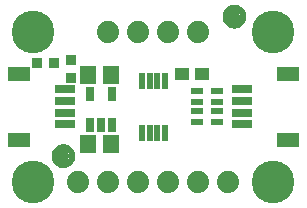
<source format=gbr>
G04 EAGLE Gerber RS-274X export*
G75*
%MOMM*%
%FSLAX34Y34*%
%LPD*%
%INSoldermask Top*%
%IPPOS*%
%AMOC8*
5,1,8,0,0,1.08239X$1,22.5*%
G01*
%ADD10R,1.341600X1.601600*%
%ADD11R,0.651600X1.301600*%
%ADD12R,1.176600X1.101600*%
%ADD13R,1.001600X0.551600*%
%ADD14C,1.879600*%
%ADD15C,3.617600*%
%ADD16R,1.651600X0.701600*%
%ADD17R,1.901600X1.301600*%
%ADD18C,1.101600*%
%ADD19C,0.500000*%
%ADD20R,0.901600X0.901600*%
%ADD21R,0.501600X1.401600*%


D10*
X71780Y57150D03*
X90780Y57150D03*
D11*
X73050Y73359D03*
X82550Y73359D03*
X92050Y73359D03*
X92050Y99361D03*
X73050Y99361D03*
D10*
X71780Y115570D03*
X90780Y115570D03*
D12*
X151520Y116840D03*
X168520Y116840D03*
D13*
X181220Y101900D03*
X164220Y101900D03*
X181220Y92900D03*
X181220Y84900D03*
X181220Y75900D03*
X164220Y75900D03*
X164220Y92900D03*
X164220Y84900D03*
D14*
X63500Y25400D03*
X88900Y25400D03*
X114300Y25400D03*
X139700Y25400D03*
X165100Y25400D03*
X190500Y25400D03*
D15*
X25400Y152400D03*
X228600Y152400D03*
D16*
X202190Y83900D03*
X202190Y93900D03*
X202190Y73900D03*
X202190Y103900D03*
D17*
X241190Y60900D03*
X241190Y116900D03*
D16*
X51810Y93900D03*
X51810Y83900D03*
X51810Y103900D03*
X51810Y73900D03*
D17*
X12810Y116900D03*
X12810Y60900D03*
D18*
X50800Y46990D03*
D19*
X50800Y54490D02*
X50619Y54488D01*
X50438Y54481D01*
X50257Y54470D01*
X50076Y54455D01*
X49896Y54435D01*
X49716Y54411D01*
X49537Y54383D01*
X49359Y54350D01*
X49182Y54313D01*
X49005Y54272D01*
X48830Y54227D01*
X48655Y54177D01*
X48482Y54123D01*
X48311Y54065D01*
X48140Y54003D01*
X47972Y53936D01*
X47805Y53866D01*
X47639Y53792D01*
X47476Y53713D01*
X47315Y53631D01*
X47155Y53545D01*
X46998Y53455D01*
X46843Y53361D01*
X46690Y53264D01*
X46540Y53162D01*
X46392Y53058D01*
X46246Y52949D01*
X46104Y52838D01*
X45964Y52722D01*
X45827Y52604D01*
X45692Y52482D01*
X45561Y52357D01*
X45433Y52229D01*
X45308Y52098D01*
X45186Y51963D01*
X45068Y51826D01*
X44952Y51686D01*
X44841Y51544D01*
X44732Y51398D01*
X44628Y51250D01*
X44526Y51100D01*
X44429Y50947D01*
X44335Y50792D01*
X44245Y50635D01*
X44159Y50475D01*
X44077Y50314D01*
X43998Y50151D01*
X43924Y49985D01*
X43854Y49818D01*
X43787Y49650D01*
X43725Y49479D01*
X43667Y49308D01*
X43613Y49135D01*
X43563Y48960D01*
X43518Y48785D01*
X43477Y48608D01*
X43440Y48431D01*
X43407Y48253D01*
X43379Y48074D01*
X43355Y47894D01*
X43335Y47714D01*
X43320Y47533D01*
X43309Y47352D01*
X43302Y47171D01*
X43300Y46990D01*
X50800Y54490D02*
X50981Y54488D01*
X51162Y54481D01*
X51343Y54470D01*
X51524Y54455D01*
X51704Y54435D01*
X51884Y54411D01*
X52063Y54383D01*
X52241Y54350D01*
X52418Y54313D01*
X52595Y54272D01*
X52770Y54227D01*
X52945Y54177D01*
X53118Y54123D01*
X53289Y54065D01*
X53460Y54003D01*
X53628Y53936D01*
X53795Y53866D01*
X53961Y53792D01*
X54124Y53713D01*
X54285Y53631D01*
X54445Y53545D01*
X54602Y53455D01*
X54757Y53361D01*
X54910Y53264D01*
X55060Y53162D01*
X55208Y53058D01*
X55354Y52949D01*
X55496Y52838D01*
X55636Y52722D01*
X55773Y52604D01*
X55908Y52482D01*
X56039Y52357D01*
X56167Y52229D01*
X56292Y52098D01*
X56414Y51963D01*
X56532Y51826D01*
X56648Y51686D01*
X56759Y51544D01*
X56868Y51398D01*
X56972Y51250D01*
X57074Y51100D01*
X57171Y50947D01*
X57265Y50792D01*
X57355Y50635D01*
X57441Y50475D01*
X57523Y50314D01*
X57602Y50151D01*
X57676Y49985D01*
X57746Y49818D01*
X57813Y49650D01*
X57875Y49479D01*
X57933Y49308D01*
X57987Y49135D01*
X58037Y48960D01*
X58082Y48785D01*
X58123Y48608D01*
X58160Y48431D01*
X58193Y48253D01*
X58221Y48074D01*
X58245Y47894D01*
X58265Y47714D01*
X58280Y47533D01*
X58291Y47352D01*
X58298Y47171D01*
X58300Y46990D01*
X58298Y46809D01*
X58291Y46628D01*
X58280Y46447D01*
X58265Y46266D01*
X58245Y46086D01*
X58221Y45906D01*
X58193Y45727D01*
X58160Y45549D01*
X58123Y45372D01*
X58082Y45195D01*
X58037Y45020D01*
X57987Y44845D01*
X57933Y44672D01*
X57875Y44501D01*
X57813Y44330D01*
X57746Y44162D01*
X57676Y43995D01*
X57602Y43829D01*
X57523Y43666D01*
X57441Y43505D01*
X57355Y43345D01*
X57265Y43188D01*
X57171Y43033D01*
X57074Y42880D01*
X56972Y42730D01*
X56868Y42582D01*
X56759Y42436D01*
X56648Y42294D01*
X56532Y42154D01*
X56414Y42017D01*
X56292Y41882D01*
X56167Y41751D01*
X56039Y41623D01*
X55908Y41498D01*
X55773Y41376D01*
X55636Y41258D01*
X55496Y41142D01*
X55354Y41031D01*
X55208Y40922D01*
X55060Y40818D01*
X54910Y40716D01*
X54757Y40619D01*
X54602Y40525D01*
X54445Y40435D01*
X54285Y40349D01*
X54124Y40267D01*
X53961Y40188D01*
X53795Y40114D01*
X53628Y40044D01*
X53460Y39977D01*
X53289Y39915D01*
X53118Y39857D01*
X52945Y39803D01*
X52770Y39753D01*
X52595Y39708D01*
X52418Y39667D01*
X52241Y39630D01*
X52063Y39597D01*
X51884Y39569D01*
X51704Y39545D01*
X51524Y39525D01*
X51343Y39510D01*
X51162Y39499D01*
X50981Y39492D01*
X50800Y39490D01*
X50619Y39492D01*
X50438Y39499D01*
X50257Y39510D01*
X50076Y39525D01*
X49896Y39545D01*
X49716Y39569D01*
X49537Y39597D01*
X49359Y39630D01*
X49182Y39667D01*
X49005Y39708D01*
X48830Y39753D01*
X48655Y39803D01*
X48482Y39857D01*
X48311Y39915D01*
X48140Y39977D01*
X47972Y40044D01*
X47805Y40114D01*
X47639Y40188D01*
X47476Y40267D01*
X47315Y40349D01*
X47155Y40435D01*
X46998Y40525D01*
X46843Y40619D01*
X46690Y40716D01*
X46540Y40818D01*
X46392Y40922D01*
X46246Y41031D01*
X46104Y41142D01*
X45964Y41258D01*
X45827Y41376D01*
X45692Y41498D01*
X45561Y41623D01*
X45433Y41751D01*
X45308Y41882D01*
X45186Y42017D01*
X45068Y42154D01*
X44952Y42294D01*
X44841Y42436D01*
X44732Y42582D01*
X44628Y42730D01*
X44526Y42880D01*
X44429Y43033D01*
X44335Y43188D01*
X44245Y43345D01*
X44159Y43505D01*
X44077Y43666D01*
X43998Y43829D01*
X43924Y43995D01*
X43854Y44162D01*
X43787Y44330D01*
X43725Y44501D01*
X43667Y44672D01*
X43613Y44845D01*
X43563Y45020D01*
X43518Y45195D01*
X43477Y45372D01*
X43440Y45549D01*
X43407Y45727D01*
X43379Y45906D01*
X43355Y46086D01*
X43335Y46266D01*
X43320Y46447D01*
X43309Y46628D01*
X43302Y46809D01*
X43300Y46990D01*
D18*
X195580Y165100D03*
D19*
X195580Y172600D02*
X195399Y172598D01*
X195218Y172591D01*
X195037Y172580D01*
X194856Y172565D01*
X194676Y172545D01*
X194496Y172521D01*
X194317Y172493D01*
X194139Y172460D01*
X193962Y172423D01*
X193785Y172382D01*
X193610Y172337D01*
X193435Y172287D01*
X193262Y172233D01*
X193091Y172175D01*
X192920Y172113D01*
X192752Y172046D01*
X192585Y171976D01*
X192419Y171902D01*
X192256Y171823D01*
X192095Y171741D01*
X191935Y171655D01*
X191778Y171565D01*
X191623Y171471D01*
X191470Y171374D01*
X191320Y171272D01*
X191172Y171168D01*
X191026Y171059D01*
X190884Y170948D01*
X190744Y170832D01*
X190607Y170714D01*
X190472Y170592D01*
X190341Y170467D01*
X190213Y170339D01*
X190088Y170208D01*
X189966Y170073D01*
X189848Y169936D01*
X189732Y169796D01*
X189621Y169654D01*
X189512Y169508D01*
X189408Y169360D01*
X189306Y169210D01*
X189209Y169057D01*
X189115Y168902D01*
X189025Y168745D01*
X188939Y168585D01*
X188857Y168424D01*
X188778Y168261D01*
X188704Y168095D01*
X188634Y167928D01*
X188567Y167760D01*
X188505Y167589D01*
X188447Y167418D01*
X188393Y167245D01*
X188343Y167070D01*
X188298Y166895D01*
X188257Y166718D01*
X188220Y166541D01*
X188187Y166363D01*
X188159Y166184D01*
X188135Y166004D01*
X188115Y165824D01*
X188100Y165643D01*
X188089Y165462D01*
X188082Y165281D01*
X188080Y165100D01*
X195580Y172600D02*
X195761Y172598D01*
X195942Y172591D01*
X196123Y172580D01*
X196304Y172565D01*
X196484Y172545D01*
X196664Y172521D01*
X196843Y172493D01*
X197021Y172460D01*
X197198Y172423D01*
X197375Y172382D01*
X197550Y172337D01*
X197725Y172287D01*
X197898Y172233D01*
X198069Y172175D01*
X198240Y172113D01*
X198408Y172046D01*
X198575Y171976D01*
X198741Y171902D01*
X198904Y171823D01*
X199065Y171741D01*
X199225Y171655D01*
X199382Y171565D01*
X199537Y171471D01*
X199690Y171374D01*
X199840Y171272D01*
X199988Y171168D01*
X200134Y171059D01*
X200276Y170948D01*
X200416Y170832D01*
X200553Y170714D01*
X200688Y170592D01*
X200819Y170467D01*
X200947Y170339D01*
X201072Y170208D01*
X201194Y170073D01*
X201312Y169936D01*
X201428Y169796D01*
X201539Y169654D01*
X201648Y169508D01*
X201752Y169360D01*
X201854Y169210D01*
X201951Y169057D01*
X202045Y168902D01*
X202135Y168745D01*
X202221Y168585D01*
X202303Y168424D01*
X202382Y168261D01*
X202456Y168095D01*
X202526Y167928D01*
X202593Y167760D01*
X202655Y167589D01*
X202713Y167418D01*
X202767Y167245D01*
X202817Y167070D01*
X202862Y166895D01*
X202903Y166718D01*
X202940Y166541D01*
X202973Y166363D01*
X203001Y166184D01*
X203025Y166004D01*
X203045Y165824D01*
X203060Y165643D01*
X203071Y165462D01*
X203078Y165281D01*
X203080Y165100D01*
X203078Y164919D01*
X203071Y164738D01*
X203060Y164557D01*
X203045Y164376D01*
X203025Y164196D01*
X203001Y164016D01*
X202973Y163837D01*
X202940Y163659D01*
X202903Y163482D01*
X202862Y163305D01*
X202817Y163130D01*
X202767Y162955D01*
X202713Y162782D01*
X202655Y162611D01*
X202593Y162440D01*
X202526Y162272D01*
X202456Y162105D01*
X202382Y161939D01*
X202303Y161776D01*
X202221Y161615D01*
X202135Y161455D01*
X202045Y161298D01*
X201951Y161143D01*
X201854Y160990D01*
X201752Y160840D01*
X201648Y160692D01*
X201539Y160546D01*
X201428Y160404D01*
X201312Y160264D01*
X201194Y160127D01*
X201072Y159992D01*
X200947Y159861D01*
X200819Y159733D01*
X200688Y159608D01*
X200553Y159486D01*
X200416Y159368D01*
X200276Y159252D01*
X200134Y159141D01*
X199988Y159032D01*
X199840Y158928D01*
X199690Y158826D01*
X199537Y158729D01*
X199382Y158635D01*
X199225Y158545D01*
X199065Y158459D01*
X198904Y158377D01*
X198741Y158298D01*
X198575Y158224D01*
X198408Y158154D01*
X198240Y158087D01*
X198069Y158025D01*
X197898Y157967D01*
X197725Y157913D01*
X197550Y157863D01*
X197375Y157818D01*
X197198Y157777D01*
X197021Y157740D01*
X196843Y157707D01*
X196664Y157679D01*
X196484Y157655D01*
X196304Y157635D01*
X196123Y157620D01*
X195942Y157609D01*
X195761Y157602D01*
X195580Y157600D01*
X195399Y157602D01*
X195218Y157609D01*
X195037Y157620D01*
X194856Y157635D01*
X194676Y157655D01*
X194496Y157679D01*
X194317Y157707D01*
X194139Y157740D01*
X193962Y157777D01*
X193785Y157818D01*
X193610Y157863D01*
X193435Y157913D01*
X193262Y157967D01*
X193091Y158025D01*
X192920Y158087D01*
X192752Y158154D01*
X192585Y158224D01*
X192419Y158298D01*
X192256Y158377D01*
X192095Y158459D01*
X191935Y158545D01*
X191778Y158635D01*
X191623Y158729D01*
X191470Y158826D01*
X191320Y158928D01*
X191172Y159032D01*
X191026Y159141D01*
X190884Y159252D01*
X190744Y159368D01*
X190607Y159486D01*
X190472Y159608D01*
X190341Y159733D01*
X190213Y159861D01*
X190088Y159992D01*
X189966Y160127D01*
X189848Y160264D01*
X189732Y160404D01*
X189621Y160546D01*
X189512Y160692D01*
X189408Y160840D01*
X189306Y160990D01*
X189209Y161143D01*
X189115Y161298D01*
X189025Y161455D01*
X188939Y161615D01*
X188857Y161776D01*
X188778Y161939D01*
X188704Y162105D01*
X188634Y162272D01*
X188567Y162440D01*
X188505Y162611D01*
X188447Y162782D01*
X188393Y162955D01*
X188343Y163130D01*
X188298Y163305D01*
X188257Y163482D01*
X188220Y163659D01*
X188187Y163837D01*
X188159Y164016D01*
X188135Y164196D01*
X188115Y164376D01*
X188100Y164557D01*
X188089Y164738D01*
X188082Y164919D01*
X188080Y165100D01*
D15*
X25400Y25400D03*
X228600Y25400D03*
D20*
X28060Y125730D03*
X43060Y125730D03*
D21*
X136750Y110900D03*
X130250Y110900D03*
X123750Y110900D03*
X117250Y110900D03*
X117250Y66900D03*
X123750Y66900D03*
X130250Y66900D03*
X136750Y66900D03*
D14*
X165100Y152400D03*
X139700Y152400D03*
X114300Y152400D03*
X88900Y152400D03*
D20*
X57150Y128270D03*
X57150Y113030D03*
M02*

</source>
